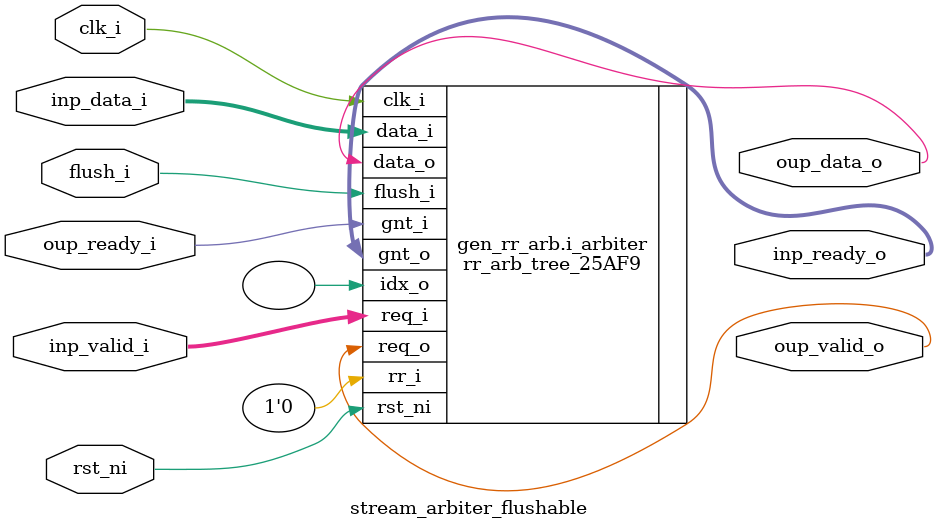
<source format=v>
module stream_arbiter_flushable (
	clk_i,
	rst_ni,
	flush_i,
	inp_data_i,
	inp_valid_i,
	inp_ready_o,
	oup_data_o,
	oup_valid_o,
	oup_ready_i
);
	parameter integer N_INP = -1;
	parameter ARBITER = "rr";
	input wire clk_i;
	input wire rst_ni;
	input wire flush_i;
	input wire [N_INP - 1:0] inp_data_i;
	input wire [N_INP - 1:0] inp_valid_i;
	output wire [N_INP - 1:0] inp_ready_o;
	output wire oup_data_o;
	output wire oup_valid_o;
	input wire oup_ready_i;
	generate
		if (ARBITER == "rr") begin : gen_rr_arb
			rr_arb_tree_25AF9 #(
				.NumIn(N_INP),
				.ExtPrio(1'b0),
				.AxiVldRdy(1'b1),
				.LockIn(1'b1)
			) i_arbiter(
				.clk_i(clk_i),
				.rst_ni(rst_ni),
				.flush_i(flush_i),
				.rr_i(1'sb0),
				.req_i(inp_valid_i),
				.gnt_o(inp_ready_o),
				.data_i(inp_data_i),
				.gnt_i(oup_ready_i),
				.req_o(oup_valid_o),
				.data_o(oup_data_o),
				.idx_o()
			);
		end
		else if (ARBITER == "prio") begin : gen_prio_arb
			rr_arb_tree_25AF9 #(
				.NumIn(N_INP),
				.ExtPrio(1'b1),
				.AxiVldRdy(1'b1),
				.LockIn(1'b1)
			) i_arbiter(
				.clk_i(clk_i),
				.rst_ni(rst_ni),
				.flush_i(flush_i),
				.rr_i(1'sb0),
				.req_i(inp_valid_i),
				.gnt_o(inp_ready_o),
				.data_i(inp_data_i),
				.gnt_i(oup_ready_i),
				.req_o(oup_valid_o),
				.data_o(oup_data_o),
				.idx_o()
			);
		end
		else begin : gen_arb_error
			$fatal(1, "Invalid value for parameter 'ARBITER'!");
		end
	endgenerate
endmodule

</source>
